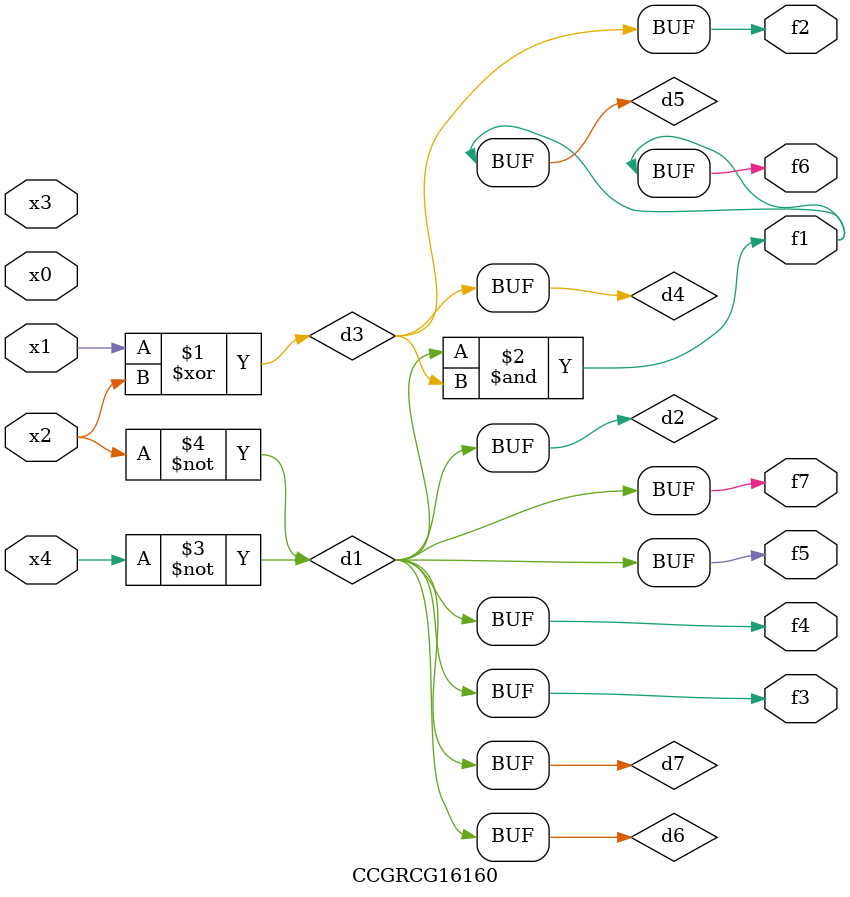
<source format=v>
module CCGRCG16160(
	input x0, x1, x2, x3, x4,
	output f1, f2, f3, f4, f5, f6, f7
);

	wire d1, d2, d3, d4, d5, d6, d7;

	not (d1, x4);
	not (d2, x2);
	xor (d3, x1, x2);
	buf (d4, d3);
	and (d5, d1, d3);
	buf (d6, d1, d2);
	buf (d7, d2);
	assign f1 = d5;
	assign f2 = d4;
	assign f3 = d7;
	assign f4 = d7;
	assign f5 = d7;
	assign f6 = d5;
	assign f7 = d7;
endmodule

</source>
